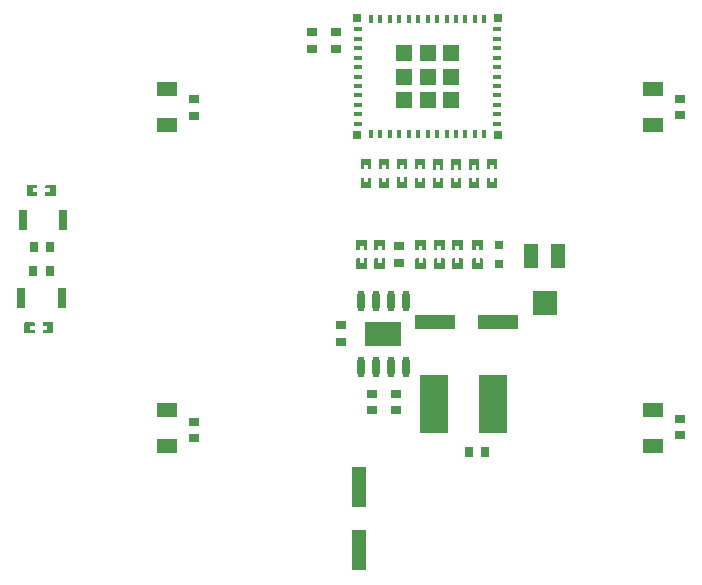
<source format=gtp>
G04*
G04 #@! TF.GenerationSoftware,Altium Limited,Altium Designer,24.10.1 (45)*
G04*
G04 Layer_Color=8421504*
%FSLAX25Y25*%
%MOIN*%
G70*
G04*
G04 #@! TF.SameCoordinates,D125F1F0-FD59-41E9-894A-6D37F1295767*
G04*
G04*
G04 #@! TF.FilePolarity,Positive*
G04*
G01*
G75*
%ADD23R,0.05709X0.05709*%
%ADD24R,0.03150X0.01575*%
%ADD25R,0.01575X0.03150*%
%ADD26R,0.02756X0.02756*%
%ADD27R,0.13780X0.04724*%
%ADD28R,0.12205X0.07874*%
%ADD29O,0.02362X0.07087*%
%ADD30R,0.09449X0.19291*%
%ADD31R,0.03150X0.03150*%
%ADD32R,0.03150X0.06693*%
%ADD33R,0.05118X0.07874*%
%ADD34R,0.07874X0.07874*%
%ADD35R,0.06693X0.04724*%
%ADD36R,0.03150X0.03543*%
%ADD37R,0.03543X0.03150*%
%ADD38R,0.04724X0.13780*%
G36*
X140628Y141809D02*
Y138660D01*
X140431Y138463D01*
X139478D01*
Y139919D01*
X138179D01*
Y138463D01*
X137281D01*
X137084Y138660D01*
Y141809D01*
X137281Y142006D01*
X140431D01*
X140628Y141809D01*
D02*
G37*
G36*
X170628Y141775D02*
Y138625D01*
X170431Y138428D01*
X169478D01*
Y139885D01*
X168179D01*
Y138428D01*
X167281D01*
X167084Y138625D01*
Y141775D01*
X167281Y141972D01*
X170431D01*
X170628Y141775D01*
D02*
G37*
G36*
X146628D02*
Y138625D01*
X146431Y138428D01*
X145478D01*
Y139885D01*
X144179D01*
Y138428D01*
X143281D01*
X143084Y138625D01*
Y141775D01*
X143281Y141972D01*
X146431D01*
X146628Y141775D01*
D02*
G37*
G36*
X134628D02*
Y138625D01*
X134431Y138428D01*
X133478D01*
Y139885D01*
X132179D01*
Y138428D01*
X131281D01*
X131084Y138625D01*
Y141775D01*
X131281Y141972D01*
X134431D01*
X134628Y141775D01*
D02*
G37*
G36*
X128628D02*
Y138625D01*
X128431Y138428D01*
X127478D01*
Y139885D01*
X126179D01*
Y138428D01*
X125281D01*
X125084Y138625D01*
Y141775D01*
X125281Y141972D01*
X128431D01*
X128628Y141775D01*
D02*
G37*
G36*
X164628Y141740D02*
Y138591D01*
X164431Y138394D01*
X163478D01*
Y139850D01*
X162179D01*
Y138394D01*
X161281D01*
X161084Y138591D01*
Y141740D01*
X161281Y141937D01*
X164431D01*
X164628Y141740D01*
D02*
G37*
G36*
X158628D02*
Y138591D01*
X158431Y138394D01*
X157478D01*
Y139850D01*
X156179D01*
Y138394D01*
X155281D01*
X155084Y138591D01*
Y141740D01*
X155281Y141937D01*
X158431D01*
X158628Y141740D01*
D02*
G37*
G36*
X152628D02*
Y138591D01*
X152431Y138394D01*
X151478D01*
Y139850D01*
X150179D01*
Y138394D01*
X149281D01*
X149084Y138591D01*
Y141740D01*
X149281Y141937D01*
X152431D01*
X152628Y141740D01*
D02*
G37*
G36*
X140628Y135549D02*
Y132400D01*
X140431Y132203D01*
X137281D01*
X137084Y132400D01*
Y135549D01*
X137281Y135746D01*
X138234D01*
Y134289D01*
X139533D01*
Y135746D01*
X140431D01*
X140628Y135549D01*
D02*
G37*
G36*
X170627Y135515D02*
Y132365D01*
X170431Y132168D01*
X167281D01*
X167084Y132365D01*
Y135515D01*
X167281Y135712D01*
X168234D01*
Y134255D01*
X169533D01*
Y135712D01*
X170431D01*
X170627Y135515D01*
D02*
G37*
G36*
X146627D02*
Y132365D01*
X146431Y132168D01*
X143281D01*
X143084Y132365D01*
Y135515D01*
X143281Y135712D01*
X144234D01*
Y134255D01*
X145533D01*
Y135712D01*
X146431D01*
X146627Y135515D01*
D02*
G37*
G36*
X134627D02*
Y132365D01*
X134431Y132168D01*
X131281D01*
X131084Y132365D01*
Y135515D01*
X131281Y135712D01*
X132234D01*
Y134255D01*
X133533D01*
Y135712D01*
X134431D01*
X134627Y135515D01*
D02*
G37*
G36*
X128628D02*
Y132365D01*
X128431Y132168D01*
X125281D01*
X125084Y132365D01*
Y135515D01*
X125281Y135712D01*
X126234D01*
Y134255D01*
X127533D01*
Y135712D01*
X128431D01*
X128628Y135515D01*
D02*
G37*
G36*
X164628Y135480D02*
Y132331D01*
X164431Y132134D01*
X161281D01*
X161084Y132331D01*
Y135480D01*
X161281Y135677D01*
X162234D01*
Y134220D01*
X163533D01*
Y135677D01*
X164431D01*
X164628Y135480D01*
D02*
G37*
G36*
X158627D02*
Y132331D01*
X158431Y132134D01*
X155281D01*
X155084Y132331D01*
Y135480D01*
X155281Y135677D01*
X156234D01*
Y134220D01*
X157533D01*
Y135677D01*
X158431D01*
X158627Y135480D01*
D02*
G37*
G36*
X152628D02*
Y132331D01*
X152431Y132134D01*
X149281D01*
X149084Y132331D01*
Y135480D01*
X149281Y135677D01*
X150234D01*
Y134220D01*
X151533D01*
Y135677D01*
X152431D01*
X152628Y135480D01*
D02*
G37*
G36*
X17281Y133066D02*
Y132113D01*
X15824D01*
Y130814D01*
X17281D01*
Y129916D01*
X17084Y129719D01*
X13935D01*
X13738Y129916D01*
Y133066D01*
X13935Y133263D01*
X17084D01*
X17281Y133066D01*
D02*
G37*
G36*
X23541Y133066D02*
Y129916D01*
X23344Y129719D01*
X20195D01*
X19998Y129916D01*
Y130869D01*
X21454D01*
Y132168D01*
X19998D01*
Y133066D01*
X20195Y133263D01*
X23344D01*
X23541Y133066D01*
D02*
G37*
G36*
X146792Y114856D02*
Y111706D01*
X146595Y111509D01*
X145642D01*
Y112966D01*
X144343D01*
Y111509D01*
X143446D01*
X143249Y111706D01*
Y114856D01*
X143446Y115053D01*
X146595D01*
X146792Y114856D01*
D02*
G37*
G36*
X165796Y114837D02*
Y111687D01*
X165599Y111490D01*
X164646D01*
Y112947D01*
X163347D01*
Y111490D01*
X162450D01*
X162253Y111687D01*
Y114837D01*
X162450Y115033D01*
X165599D01*
X165796Y114837D01*
D02*
G37*
G36*
X159025D02*
Y111687D01*
X158828Y111490D01*
X157875D01*
Y112947D01*
X156576D01*
Y111490D01*
X155678D01*
X155481Y111687D01*
Y114837D01*
X155678Y115033D01*
X158828D01*
X159025Y114837D01*
D02*
G37*
G36*
X153024D02*
Y111687D01*
X152828Y111490D01*
X151875D01*
Y112947D01*
X150576D01*
Y111490D01*
X149678D01*
X149481Y111687D01*
Y114837D01*
X149678Y115033D01*
X152828D01*
X153024Y114837D01*
D02*
G37*
G36*
X133214D02*
Y111687D01*
X133017Y111490D01*
X132064D01*
Y112947D01*
X130765D01*
Y111490D01*
X129867D01*
X129670Y111687D01*
Y114837D01*
X129867Y115033D01*
X133017D01*
X133214Y114837D01*
D02*
G37*
G36*
X127214D02*
Y111687D01*
X127017Y111490D01*
X126064D01*
Y112947D01*
X124765D01*
Y111490D01*
X123867D01*
X123670Y111687D01*
Y114837D01*
X123867Y115033D01*
X127017D01*
X127214Y114837D01*
D02*
G37*
G36*
X146792Y108596D02*
Y105446D01*
X146595Y105249D01*
X143446D01*
X143249Y105446D01*
Y108596D01*
X143446Y108793D01*
X144398D01*
Y107336D01*
X145698D01*
Y108793D01*
X146595D01*
X146792Y108596D01*
D02*
G37*
G36*
X165796Y108577D02*
Y105427D01*
X165599Y105230D01*
X162450D01*
X162253Y105427D01*
Y108577D01*
X162450Y108774D01*
X163402D01*
Y107317D01*
X164702D01*
Y108774D01*
X165599D01*
X165796Y108577D01*
D02*
G37*
G36*
X159024D02*
Y105427D01*
X158827Y105230D01*
X155678D01*
X155481Y105427D01*
Y108577D01*
X155678Y108774D01*
X156631D01*
Y107317D01*
X157930D01*
Y108774D01*
X158827D01*
X159024Y108577D01*
D02*
G37*
G36*
X153024D02*
Y105427D01*
X152828Y105230D01*
X149678D01*
X149481Y105427D01*
Y108577D01*
X149678Y108774D01*
X150631D01*
Y107317D01*
X151930D01*
Y108774D01*
X152828D01*
X153024Y108577D01*
D02*
G37*
G36*
X133213D02*
Y105427D01*
X133017Y105230D01*
X129867D01*
X129670Y105427D01*
Y108577D01*
X129867Y108774D01*
X130820D01*
Y107317D01*
X132119D01*
Y108774D01*
X133017D01*
X133213Y108577D01*
D02*
G37*
G36*
X127214D02*
Y105427D01*
X127017Y105230D01*
X123867D01*
X123670Y105427D01*
Y108577D01*
X123867Y108774D01*
X124820D01*
Y107317D01*
X126119D01*
Y108774D01*
X127017D01*
X127214Y108577D01*
D02*
G37*
G36*
X16408Y87232D02*
Y86279D01*
X14951D01*
Y84979D01*
X16408D01*
Y84082D01*
X16211Y83885D01*
X13062D01*
X12865Y84082D01*
Y87232D01*
X13062Y87428D01*
X16211D01*
X16408Y87232D01*
D02*
G37*
G36*
X22668Y87231D02*
Y84082D01*
X22471Y83885D01*
X19322D01*
X19125Y84082D01*
Y85035D01*
X20581D01*
Y86334D01*
X19125D01*
Y87231D01*
X19322Y87428D01*
X22471D01*
X22668Y87231D01*
D02*
G37*
D23*
X139623Y177153D02*
D03*
X147399D02*
D03*
X155175D02*
D03*
Y169377D02*
D03*
Y161601D02*
D03*
X147399D02*
D03*
X139623D02*
D03*
Y169377D02*
D03*
X147399D02*
D03*
D24*
X124171Y185125D02*
D03*
Y181975D02*
D03*
Y178826D02*
D03*
Y175676D02*
D03*
Y172527D02*
D03*
Y169377D02*
D03*
Y166227D02*
D03*
Y163078D02*
D03*
Y159928D02*
D03*
Y156779D02*
D03*
Y153629D02*
D03*
X170627D02*
D03*
Y156779D02*
D03*
Y159928D02*
D03*
Y163078D02*
D03*
Y166227D02*
D03*
Y169377D02*
D03*
Y172527D02*
D03*
Y175676D02*
D03*
Y178826D02*
D03*
Y181975D02*
D03*
Y185125D02*
D03*
D25*
X128501Y150086D02*
D03*
X131651D02*
D03*
X134801D02*
D03*
X137950D02*
D03*
X141100D02*
D03*
X144249D02*
D03*
X147399D02*
D03*
X150549D02*
D03*
X153698D02*
D03*
X156848D02*
D03*
X159997D02*
D03*
X163147D02*
D03*
X166297D02*
D03*
Y188668D02*
D03*
X163147D02*
D03*
X159997D02*
D03*
X156848D02*
D03*
X153698D02*
D03*
X150549D02*
D03*
X147399D02*
D03*
X144249D02*
D03*
X141100D02*
D03*
X137950D02*
D03*
X134801D02*
D03*
X131651D02*
D03*
X128501D02*
D03*
D26*
X170824Y188865D02*
D03*
Y149889D02*
D03*
X123974D02*
D03*
Y188865D02*
D03*
D27*
X170705Y87625D02*
D03*
X149682D02*
D03*
D28*
X132627Y83668D02*
D03*
D29*
X140193Y94454D02*
D03*
X135194D02*
D03*
X130193D02*
D03*
X125194D02*
D03*
X140193Y72623D02*
D03*
X135194D02*
D03*
X130193D02*
D03*
X125194D02*
D03*
D30*
X169280Y60248D02*
D03*
X149594D02*
D03*
D31*
X171033Y113263D02*
D03*
X171061Y106968D02*
D03*
D32*
X25736Y121624D02*
D03*
X12350D02*
D03*
X11989Y95624D02*
D03*
X25376D02*
D03*
D33*
X190927Y109542D02*
D03*
X181871D02*
D03*
D34*
X186399Y93794D02*
D03*
D35*
X222594Y153111D02*
D03*
Y165316D02*
D03*
X60598Y153176D02*
D03*
Y165381D02*
D03*
X222604Y46140D02*
D03*
Y58345D02*
D03*
X60632Y46116D02*
D03*
Y58321D02*
D03*
D36*
X161083Y44248D02*
D03*
X166594D02*
D03*
X21438Y104624D02*
D03*
X15927D02*
D03*
X21554Y112623D02*
D03*
X16044D02*
D03*
D37*
X136834Y58166D02*
D03*
Y63677D02*
D03*
X128834D02*
D03*
Y58166D02*
D03*
X108856Y178559D02*
D03*
Y184070D02*
D03*
X116856D02*
D03*
Y178559D02*
D03*
X137799Y107300D02*
D03*
Y112811D02*
D03*
X231594Y49737D02*
D03*
Y55248D02*
D03*
X231594Y162003D02*
D03*
Y156492D02*
D03*
X69594Y48737D02*
D03*
Y54248D02*
D03*
Y161759D02*
D03*
Y156248D02*
D03*
X118628Y80913D02*
D03*
Y86424D02*
D03*
D38*
X124595Y32460D02*
D03*
Y11437D02*
D03*
M02*

</source>
